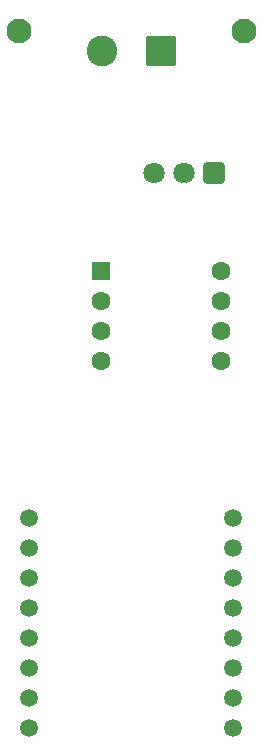
<source format=gbr>
G04 #@! TF.GenerationSoftware,KiCad,Pcbnew,9.0.6*
G04 #@! TF.CreationDate,2025-12-22T23:05:57+03:00*
G04 #@! TF.ProjectId,RainLight,5261696e-4c69-4676-9874-2e6b69636164,rev?*
G04 #@! TF.SameCoordinates,Original*
G04 #@! TF.FileFunction,Soldermask,Bot*
G04 #@! TF.FilePolarity,Negative*
%FSLAX46Y46*%
G04 Gerber Fmt 4.6, Leading zero omitted, Abs format (unit mm)*
G04 Created by KiCad (PCBNEW 9.0.6) date 2025-12-22 23:05:57*
%MOMM*%
%LPD*%
G01*
G04 APERTURE LIST*
G04 Aperture macros list*
%AMRoundRect*
0 Rectangle with rounded corners*
0 $1 Rounding radius*
0 $2 $3 $4 $5 $6 $7 $8 $9 X,Y pos of 4 corners*
0 Add a 4 corners polygon primitive as box body*
4,1,4,$2,$3,$4,$5,$6,$7,$8,$9,$2,$3,0*
0 Add four circle primitives for the rounded corners*
1,1,$1+$1,$2,$3*
1,1,$1+$1,$4,$5*
1,1,$1+$1,$6,$7*
1,1,$1+$1,$8,$9*
0 Add four rect primitives between the rounded corners*
20,1,$1+$1,$2,$3,$4,$5,0*
20,1,$1+$1,$4,$5,$6,$7,0*
20,1,$1+$1,$6,$7,$8,$9,0*
20,1,$1+$1,$8,$9,$2,$3,0*%
G04 Aperture macros list end*
%ADD10C,2.100000*%
%ADD11RoundRect,0.250000X-0.550000X-0.550000X0.550000X-0.550000X0.550000X0.550000X-0.550000X0.550000X0*%
%ADD12C,1.600000*%
%ADD13RoundRect,0.250000X1.050000X1.050000X-1.050000X1.050000X-1.050000X-1.050000X1.050000X-1.050000X0*%
%ADD14C,2.600000*%
%ADD15RoundRect,0.248400X0.651600X0.651600X-0.651600X0.651600X-0.651600X-0.651600X0.651600X-0.651600X0*%
%ADD16C,1.800000*%
%ADD17C,1.500000*%
G04 APERTURE END LIST*
D10*
X118491000Y-46507400D03*
D11*
X106426000Y-66827400D03*
D12*
X106426000Y-69367400D03*
X106426000Y-71907399D03*
X106426000Y-74447400D03*
X116586000Y-74447400D03*
X116585999Y-71907400D03*
X116586000Y-69367400D03*
X116586000Y-66827400D03*
D13*
X111466000Y-48239900D03*
D14*
X106466000Y-48239900D03*
D10*
X99441000Y-46507400D03*
D15*
X115951000Y-58572400D03*
D16*
X113411000Y-58572400D03*
X110871001Y-58572400D03*
D17*
X100316000Y-87782400D03*
X100316000Y-90322400D03*
X100316000Y-92862400D03*
X100316000Y-95402400D03*
X100316000Y-97942400D03*
X117602000Y-105562400D03*
X117616000Y-103022400D03*
X117616000Y-100482400D03*
X117616000Y-97942400D03*
X117616000Y-95402400D03*
X117616000Y-92862400D03*
X117616000Y-90322400D03*
X117616000Y-87782400D03*
X100316000Y-100482400D03*
X100316000Y-105562400D03*
X100316000Y-103022400D03*
M02*

</source>
